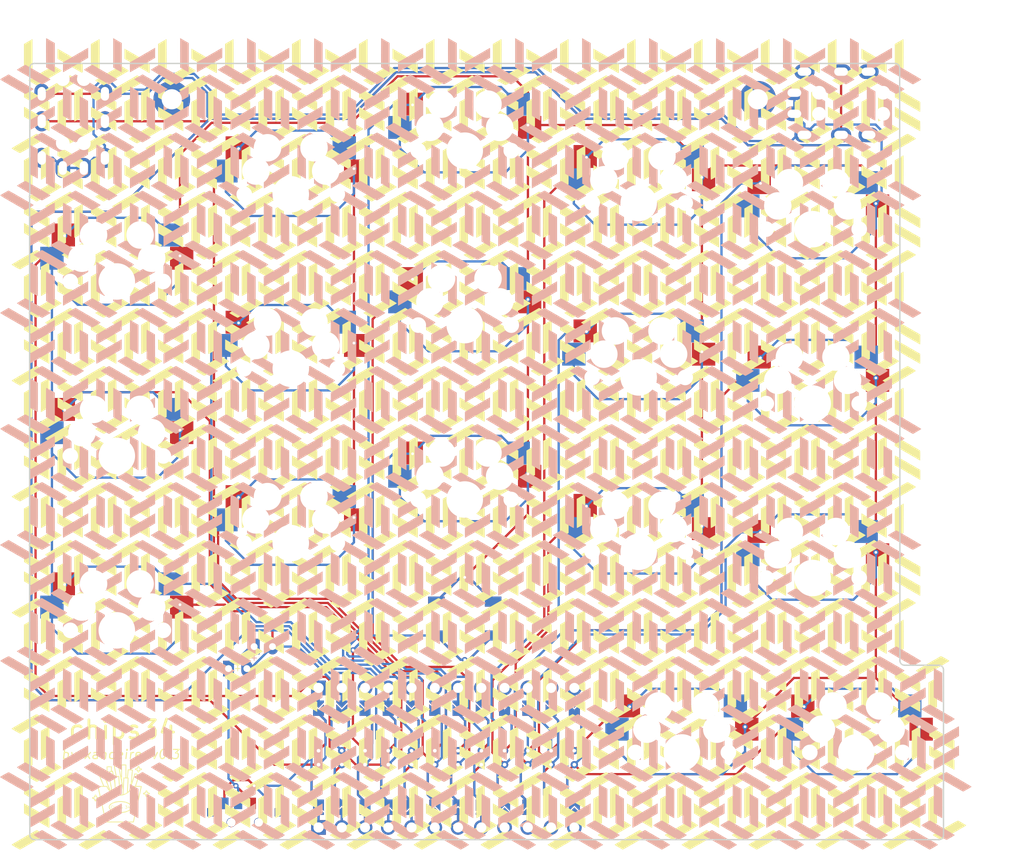
<source format=kicad_pcb>
(kicad_pcb (version 20221018) (generator pcbnew)
  (title_block (title "chips-34") (date "2023-04-08") (rev "v0.3.0") (company "xandeire"))
  (layers (0 "F.Cu" signal) (31 "B.Cu" signal) (34 "B.Paste" user) (35 "F.Paste" user) (36 "B.SilkS" user "B.Silkscreen") (37 "F.SilkS" user "F.Silkscreen") (38 "B.Mask" user) (39 "F.Mask" user) (44 "Edge.Cuts" user))
  (net 0 "")
  (net 1 "GND")
  (net 2 "matrix_pinky_bottom")
  (net 3 "matrix_pinky_home")
  (net 4 "matrix_pinky_top")
  (net 5 "matrix_ring_bottom")
  (net 6 "matrix_ring_home")
  (net 7 "matrix_ring_top")
  (net 8 "matrix_middle_bottom")
  (net 9 "matrix_middle_home")
  (net 10 "matrix_middle_top")
  (net 11 "matrix_index_bottom")
  (net 12 "matrix_index_home")
  (net 13 "matrix_index_top")
  (net 14 "matrix_inner_bottom")
  (net 15 "matrix_inner_home")
  (net 16 "matrix_inner_top")
  (net 17 "thumb_resting")
  (net 18 "thumb_squeeze")
  (net 19 "RAW")
  (net 20 "RST")
  (net 21 "VCC")
  (net 22 "P1")
  (net 23 "BAT")
  (footprint "E73:SPDT_C128955" (layer "F.Cu") (at 14 20.975 180)
    (fp_text reference "T1" hide)
    (fp_text value "" hide)
  )
  (footprint "E73:SW_TACT_ALPS_SKQGABE010" (layer "F.Cu") (at 38 -1.2875 180)
    (fp_text reference "B1" hide)
    (fp_text value "" hide)
  )
  (footprint "MX" (layer "F.Cu") (at 19 -47.625)
    (fp_text reference "S6" hide)
    (fp_text value "" hide)
  )
  (footprint "TRRS-PJ-320A-dual" (layer "F.Cu") (at -3.6 -61.8)
    (fp_text reference "TRRS2")
    (fp_text value "TRRS-PJ-320A-dual")
  )
  (footprint "MX" (layer "F.Cu") (at 0 -19.05)
    (fp_text reference "S2" hide)
    (fp_text value "" hide)
  )
  (footprint "LOGO" (layer "F.Cu") (at 0.308834 17.813255)
    (fp_text reference "G***" hide)
    (fp_text value "LOGO" hide)
  )
  (footprint "VIA-0.6mm" (layer "F.Cu") (at 82.9 -8.515)
    (fp_text reference "REF**" hide)
    (fp_text value "VIA-0.6mm" hide)
  )
  (footprint "VIA-0.6mm" (layer "F.Cu") (at 70.3 -48.815)
    (fp_text reference "REF**" hide)
    (fp_text value "VIA-0.6mm" hide)
  )
  (footprint "MX" (layer "F.Cu") (at 0 -38.1)
    (fp_text reference "S3" hide)
    (fp_text value "" hide)
  )
  (footprint "E73:SPDT_C128955" (layer "F.Cu") (at 14 20.975 180)
    (fp_text reference "T2" hide)
    (fp_text value "" hide)
  )
  (footprint "VIA-0.6mm" (layer "F.Cu") (at 13.3 -52.625)
    (fp_text reference "REF**" hide)
    (fp_text value "VIA-0.6mm" hide)
  )
  (footprint "VIA-0.6mm" (layer "F.Cu") (at 44.9 -55.1875)
    (fp_text reference "REF**" hide)
    (fp_text value "VIA-0.6mm" hide)
  )
  (footprint "VIA-0.6mm" (layer "F.Cu") (at 44.9 -17.0875)
    (fp_text reference "REF**" hide)
    (fp_text value "VIA-0.6mm" hide)
  )
  (footprint "VIA-0.6mm" (layer "F.Cu") (at 6.9 -40.9)
    (fp_text reference "REF**" hide)
    (fp_text value "VIA-0.6mm" hide)
  )
  (footprint "VIA-0.6mm" (layer "F.Cu") (at 63.9 -49.4725)
    (fp_text reference "REF**" hide)
    (fp_text value "VIA-0.6mm" hide)
  )
  (footprint "VIA-0.6mm" (layer "F.Cu") (at -5.7 -24.05)
    (fp_text reference "REF**" hide)
    (fp_text value "VIA-0.6mm" hide)
  )
  (footprint "MX" (layer "F.Cu") (at 57 -46.6725)
    (fp_text reference "S12" hide)
    (fp_text value "" hide)
  )
  (footprint "VIA-0.6mm" (layer "F.Cu") (at 38 -5.7875)
    (fp_text reference "REF**" hide)
    (fp_text value "VIA-0.6mm" hide)
  )
  (footprint "MX" (layer "F.Cu") (at 61.7125 13.335)
    (fp_text reference "S17" hide)
    (fp_text value "" hide)
  )
  (footprint "MX" (layer "F.Cu") (at 38 -33.3375)
    (fp_text reference "S8" hide)
    (fp_text value "" hide)
  )
  (footprint "MX" (layer "F.Cu") (at 80.7625 13.335)
    (fp_text reference "S16" hide)
    (fp_text value "" hide)
  )
  (footprint "MX" (layer "F.Cu") (at 57 -27.6225)
    (fp_text reference "S11" hide)
    (fp_text value "" hide)
  )
  (footprint "" (layer "F.Cu") (at 12.7 -68.58)
    (fp_text reference "")
    (fp_text value "")
  )
  (footprint "VIA-0.6mm" (layer "F.Cu") (at 87.6625 10.535)
    (fp_text reference "REF**" hide)
    (fp_text value "VIA-0.6mm" hide)
  )
  (footprint "VIA-0.6mm" (layer "F.Cu") (at 51.3 -32.6225)
    (fp_text reference "REF**" hide)
    (fp_text value "VIA-0.6mm" hide)
  )
  (footprint "VIA-0.6mm" (layer "F.Cu") (at 44.9 -36.1375)
    (fp_text reference "REF**" hide)
    (fp_text value "VIA-0.6mm" hide)
  )
  (footprint "VIA-0.6mm" (layer "F.Cu") (at 13.3 -33.575)
    (fp_text reference "REF**" hide)
    (fp_text value "VIA-0.6mm" hide)
  )
  (footprint "TRRS-PJ-320A-dual" (layer "F.Cu") (at 85.3 -56.415 -90)
    (fp_text reference "TRRS1")
    (fp_text value "TRRS-PJ-320A-dual")
  )
  (footprint "VIA-0.6mm" (layer "F.Cu") (at 70.3 -29.765)
    (fp_text reference "REF**" hide)
    (fp_text value "VIA-0.6mm" hide)
  )
  (footprint "MX" (layer "F.Cu") (at 76 -24.765)
    (fp_text reference "S14" hide)
    (fp_text value "" hide)
  )
  (footprint "MX" (layer "F.Cu") (at 76 -5.715)
    (fp_text reference "S13" hide)
    (fp_text value "" hide)
  )
  (footprint "VIA-0.6mm" (layer "F.Cu") (at 82.9 -27.565)
    (fp_text reference "REF**" hide)
    (fp_text value "VIA-0.6mm" hide)
  )
  (footprint "VIA-0.6mm" (layer "F.Cu") (at 25.9 -31.375)
    (fp_text reference "REF**" hide)
    (fp_text value "VIA-0.6mm" hide)
  )
  (footprint "MX" (layer "F.Cu") (at 38 -14.2875)
    (fp_text reference "S7" hide)
    (fp_text value "" hide)
  )
  (footprint "VIA-0.6mm" (layer "F.Cu") (at 13 16.975)
    (fp_text reference "REF**" hide)
    (fp_text value "VIA-0.6mm" hide)
  )
  (footprint "VIA-0.6mm" (layer "F.Cu") (at 51.3 -13.5725)
    (fp_text reference "REF**" hide)
    (fp_text value "VIA-0.6mm" hide)
  )
  (footprint "JST_PH_S2B-PH-K_02x2.00mm_Angled" (layer "F.Cu") (at 16 1.775)
    (fp_text reference "JST2" hide)
    (fp_text value "" hide)
  )
  (footprint "VIA-0.6mm" (layer "F.Cu") (at 15 16.975)
    (fp_text reference "REF**" hide)
    (fp_text value "VIA-0.6mm" hide)
  )
  (footprint "VIA-0.6mm" (layer "F.Cu") (at 63.9 -11.3725)
    (fp_text reference "REF**" hide)
    (fp_text value "VIA-0.6mm" hide)
  )
  (footprint "VIA-0.6mm" (layer "F.Cu") (at 38 3.2125)
    (fp_text reference "REF**" hide)
    (fp_text value "VIA-0.6mm" hide)
  )
  (footprint "VIA-0.6mm" (layer "F.Cu") (at 63.9 -30.4225)
    (fp_text reference "REF**" hide)
    (fp_text value "VIA-0.6mm" hide)
  )
  (footprint "LOGO" (layer "F.Cu") (at 39.098834 -9.348745)
    (fp_text reference "G***" hide)
    (fp_text value "LOGO" hide)
  )
  (footprint "VIA-0.6mm" (layer "F.Cu") (at -5.7 -5)
    (fp_text reference "REF**" hide)
    (fp_text value "VIA-0.6mm" hide)
  )
  (footprint "ProMicro" (layer "F.Cu") (at 36 13.9065)
    (fp_text reference "MCU1" hide)
    (fp_text value "")
  )
  (footprint "MX" (layer "F.Cu") (at 57 -8.5725)
    (fp_text reference "S10" hide)
    (fp_text value "" hide)
  )
  (footprint "VIA-0.6mm" (layer "F.Cu") (at -5.7 -43.1)
    (fp_text reference "REF**" hide)
    (fp_text value "VIA-0.6mm" hide)
  )
  (footprint "VIA-0.6mm" (layer "F.Cu") (at 32.3 -38.3375)
    (fp_text reference "REF**" hide)
    (fp_text value "VIA-0.6mm" hide)
  )
  (footprint "VIA-0.6mm" (layer "F.Cu") (at 82.9 -46.615)
    (fp_text reference "REF**" hide)
    (fp_text value "VIA-0.6mm" hide)
  )
  (footprint "VIA-0.6mm" (layer "F.Cu") (at 51.3 -51.6725)
    (fp_text reference "REF**" hide)
    (fp_text value "VIA-0.6mm" hide)
  )
  (footprint "VIA-0.6mm" (layer "F.Cu") (at 32.3 -19.2875)
    (fp_text reference "REF**" hide)
    (fp_text value "VIA-0.6mm" hide)
  )
  (footprint "VIA-0.6mm" (layer "F.Cu") (at 13.3 -14.525)
    (fp_text reference "REF**" hide)
    (fp_text value "VIA-0.6mm" hide)
  )
  (footprint "" (layer "F.Cu") (at 70 -58)
    (fp_text reference "")
    (fp_text value "")
  )
  (footprint "MX" (layer "F.Cu") (at 38 -52.3875)
    (fp_text reference "S9" hide)
    (fp_text value "" hide)
  )
  (footprint "MX" (layer "F.Cu") (at 19 -28.575)
    (fp_text reference "S5" hide)
    (fp_text value "" hide)
  )
  (footprint "E73:SW_TACT_ALPS_SKQGABE010" (layer "F.Cu") (at 38 -1.2875 180)
    (fp_text reference "B2" hide)
    (fp_text value "" hide)
  )
  (footprint "MX" (layer "F.Cu") (at 76 -43.815)
    (fp_text reference "S15" hide)
    (fp_text value "" hide)
  )
  (footprint "VIA-0.6mm" (layer "F.Cu") (at 25.9 -12.325)
    (fp_text reference "REF**" hide)
    (fp_text value "VIA-0.6mm" hide)
  )
  (footprint "VIA-0.6mm" (layer "F.Cu") (at 68.6125 10.535)
    (fp_text reference "REF**" hide)
    (fp_text value "VIA-0.6mm" hide)
  )
  (footprint "MX" (layer "F.Cu") (at 19 -9.525)
    (fp_text reference "S4" hide)
    (fp_text value "" hide)
  )
  (footprint "VIA-0.6mm" (layer "F.Cu") (at 75.0625 8.335)
    (fp_text reference "REF**" hide)
    (fp_text value "VIA-0.6mm" hide)
  )
  (footprint "VIA-0.6mm" (layer "F.Cu") (at 6.9 -21.85)
    (fp_text reference "REF**" hide)
    (fp_text value "VIA-0.6mm" hide)
  )
  (footprint "VIA-0.6mm" (layer "F.Cu") (at 32.3 -57.3875)
    (fp_text reference "REF**" hide)
    (fp_text value "VIA-0.6mm" hide)
  )
  (footprint "MX" (layer "F.Cu") (at 0 0)
    (fp_text reference "S1" hide)
    (fp_text value "" hide)
  )
  (footprint "VIA-0.6mm" (layer "F.Cu") (at 6.9 -2.8)
    (fp_text reference "REF**" hide)
    (fp_text value "VIA-0.6mm" hide)
  )
  (footprint "JST_PH_S2B-PH-K_02x2.00mm_Angled" (layer "F.Cu") (at 13.2 4.175)
    (fp_text reference "JST1" hide)
    (fp_text value "" hide)
  )
  (footprint "VIA-0.6mm" (layer "F.Cu") (at 70.3 -10.715)
    (fp_text reference "REF**" hide)
    (fp_text value "VIA-0.6mm" hide)
  )
  (footprint "" (layer "F.Cu") (at 25.79 2.15)
    (fp_text reference "")
    (fp_text value "")
  )
  (footprint "VIA-0.6mm" (layer "F.Cu") (at 56.0125 8.335)
    (fp_text reference "REF**" hide)
    (fp_text value "VIA-0.6mm" hide)
  )
  (footprint "VIA-0.6mm" (layer "F.Cu") (at 25.9 -50.425)
    (fp_text reference "REF**" hide)
    (fp_text value "VIA-0.6mm" hide)
  )
  (footprint "LOGO" (layer "B.Cu") (at 39.098834 -9.348745 180)
    (fp_text reference "G***" hide)
    (fp_text value "LOGO" hide)
  )
  (gr_arc (start 90.2875 22.36) (mid 90.141053 22.713553) (end 89.7875 22.86) (stroke (width 0.15)) (layer "Edge.Cuts"))
  (gr_line (start -9.5 -61.4125) (end -9.5 -47.625) (stroke (width 0.15)) (layer "Edge.Cuts"))
  (gr_arc (start -9.5 -61.4125) (mid -9.353553 -61.766053) (end -9 -61.9125) (stroke (width 0.15)) (layer "Edge.Cuts"))
  (gr_arc (start 89.7875 3.81) (mid 90.141053 3.956447) (end 90.2875 4.31) (stroke (width 0.15)) (layer "Edge.Cuts"))
  (gr_line (start -9 -61.9125) (end 85 -61.9125) (stroke (width 0.15)) (layer "Edge.Cuts"))
  (gr_line (start 90.2875 22.36) (end 90.2875 4.31) (stroke (width 0.15)) (layer "Edge.Cuts"))
  (gr_line (start -9.5 9.525) (end -9.5 22.36) (stroke (width 0.15)) (layer "Edge.Cuts"))
  (gr_line (start -9 22.86) (end 89.7875 22.86) (stroke (width 0.15)) (layer "Edge.Cuts"))
  (gr_arc (start 85 -61.9125) (mid 85.353553 -61.766053) (end 85.5 -61.4125) (stroke (width 0.15)) (layer "Edge.Cuts"))
  (gr_line (start -9.5 -47.625) (end -9.525 -47.625) (stroke (width 0.15)) (layer "Edge.Cuts"))
  (gr_arc (start -9 22.86) (mid -9.353553 22.713553) (end -9.5 22.36) (stroke (width 0.15)) (layer "Edge.Cuts"))
  (gr_line (start -9.525 9.525) (end -9.525 -47.625) (stroke (width 0.15)) (layer "Edge.Cuts"))
  (gr_line (start 86.025 3.81) (end 89.7875 3.81) (stroke (width 0.15)) (layer "Edge.Cuts"))
  (gr_line (start 85.525 3.31) (end 85.525 -53.34) (stroke (width 0.15)) (layer "Edge.Cuts"))
  (gr_line (start 85.525 -53.34) (end 85.5 -53.34) (stroke (width 0.15)) (layer "Edge.Cuts"))
  (gr_line (start -9.525 9.525) (end -9.5 9.525) (stroke (width 0.15)) (layer "Edge.Cuts"))
  (gr_arc (start 86.025 3.81) (mid 85.671447 3.663553) (end 85.525 3.31) (stroke (width 0.15)) (layer "Edge.Cuts"))
  (gr_line (start 85.5 -53.34) (end 85.5 -61.4125) (stroke (width 0.15)) (layer "Edge.Cuts"))
  (gr_text "v0.3" (at 3.648834 14.133255) (layer "F.SilkS") (effects (font (size 1 1) (thickness 0.125) italic) (justify left bottom)))
  (gr_text "chips34" (at -5.432166 12.033255) (layer "F.SilkS") (effects (font (size 2 2) (thickness 0.3) bold) (justify left bottom)))
  (gr_text "by xandeire" (at -6.131166 14.133255) (layer "F.SilkS") (effects (font (size 1 1) (thickness 0.125) italic) (justify left bottom)))
  (segment (start 25.9 -31.3) (end 26.085 -31.115) (width 0.25) (layer "F.Cu") (net 1))
  (segment (start 82.9 -27.565) (end 82.9 -27.49) (width 0.25) (layer "F.Cu") (net 1))
  (segment (start 25.9 -12.325) (end 25.9 -12.25) (width 0.25) (layer "F.Cu") (net 1))
  (segment (start 44.9 -58.79) (end 44.9 -55.1875) (width 0.25) (layer "F.Cu") (net 1))
  (segment (start 44.9 -12.6875) (end 44.9 -17.0875) (width 0.25) (layer "F.Cu") (net 1))
  (segment (start 44.9 -55.1875) (end 59.61 -55.1875) (width 0.25) (layer "F.Cu") (net 1))
  (segment (start 6.9 -21.775) (end 7.085 -21.59) (width 0.25) (layer "F.Cu") (net 1))
  (segment (start 87.6625 10.61) (end 87.8475 10.795) (width 0.25) (layer "F.Cu") (net 1))
  (segment (start 38 -5.7875) (end 38.45 -5.7875) (width 0.25) (layer "F.Cu") (net 1))
  (segment (start 44.9 -36.1375) (end 44.9 -36.0625) (width 0.25) (layer "F.Cu") (net 1))
  (segment (start 63.9 -49.4725) (end 65.1975 -50.77) (width 0.25) (layer "F.Cu") (net 1))
  (segment (start 68.6125 10.61) (end 68.7975 10.795) (width 0.25) (layer "F.Cu") (net 1))
  (segment (start 63.9 -11.2975) (end 64.085 -11.1125) (width 0.25) (layer "F.Cu") (net 1))
  (segment (start 63.9 -30.4225) (end 63.9 -11.3725) (width 0.25) (layer "F.Cu") (net 1))
  (segment (start 25.9 -55.743604) (end 30.666396 -60.51) (width 0.25) (layer "F.Cu") (net 1))
  (segment (start 44.9 -36.0625) (end 45.085 -35.8775) (width 0.25) (layer "F.Cu") (net 1))
  (segment (start 6.9 -51.983604) (end 10.346396 -55.43) (width 0.25) (layer "F.Cu") (net 1))
  (segment (start 63.9 -49.4725) (end 63.9 -30.4225) (width 0.25) (layer "F.Cu") (net 1))
  (segment (start 25.9 -50.425) (end 25.9 -31.375) (width 0.25) (layer "F.Cu") (net 1))
  (segment (start 63.9 -11.3725) (end 63.9 -11.2975) (width 0.25) (layer "F.Cu") (net 1))
  (segment (start 10.346396 -55.43) (end 22.86 -55.43) (width 0.25) (layer "F.Cu") (net 1))
  (segment (start 6.9 -40.825) (end 7.085 -40.64) (width 0.25) (layer "F.Cu") (net 1))
  (segment (start 6.9 -2.725) (end 7.085 -2.54) (width 0.25) (layer "F.Cu") (net 1))
  (segment (start 25.9 -50.425) (end 25.9 -50.8) (width 0.25) (layer "F.Cu") (net 1))
  (segment (start 68.6125 10.535) (end 73.94665 5.20085) (width 0.25) (layer "F.Cu") (net 1))
  (segment (start 25.9 -31.375) (end 25.9 -12.325) (width 0.25) (layer "F.Cu") (net 1))
  (segment (start 25.9 -52.39) (end 25.9 -50.8) (width 0.25) (layer "F.Cu") (net 1))
  (segment (start 87.6625 9.96335) (end 87.6625 10.535) (width 0.25) (layer "F.Cu") (net 1))
  (segment (start 38.45 -5.7875) (end 41.1 -3.1375) (width 0.25) (layer "F.Cu") (net 1))
  (segment (start 6.9 -2.8) (end 11.803604 -2.8) (width 0.25) (layer "F.Cu") (net 1))
  (segment (start 82.9 -8.515) (end 82.9 5.20085) (width 0.25) (layer "F.Cu") (net 1))
  (segment (start 65.1975 -50.77) (end 81.31 -50.77) (width 0.25) (layer "F.Cu") (net 1))
  (segment (start 25.9 -50.35) (end 26.085 -50.165) (width 0.25) (layer "F.Cu") (net 1))
  (segment (start 81.31 -50.77) (end 82.9 -49.18) (width 0.25) (layer "F.Cu") (net 1))
  (segment (start 38 -5.7875) (end 44.9 -12.6875) (width 0.25) (layer "F.Cu") (net 1))
  (segment (start 63.9 -30.3475) (end 64.085 -30.1625) (width 0.25) (layer "F.Cu") (net 1))
  (segment (start 63.9 -50.8975) (end 63.9 -49.4725) (width 0.25) (layer "F.Cu") (net 1))
  (segment (start 30.666396 -60.51) (end 43.18 -60.51) (width 0.25) (layer "F.Cu") (net 1))
  (segment (start 44.9 -55.1875) (end 44.9 -36.1375) (width 0.25) (layer "F.Cu") (net 1))
  (segment (start 12.513604 -2.09) (end 15.24 -2.09) (width 0.25) (layer "F.Cu") (net 1))
  (segment (start 82.9 -46.615) (end 82.9 -46.54) (width 0.25) (layer "F.Cu") (net 1))
  (segment (start 27.11 14.6685) (end 26.094 14.6685) (width 0.25) (layer "F.Cu") (net 1))
  (segment (start 22.86 -55.43) (end 25.9 -52.39) (width 0.25) (layer "F.Cu") (net 1))
  (segment (start 82.9 -27.49) (end 83.085 -27.305) (width 0.25) (layer "F.Cu") (net 1))
  (segment (start 73.94665 5.20085) (end 82.9 5.20085) (width 0.25) (layer "F.Cu") (net 1))
  (segment (start 27.11 14.6685) (end 29.65 14.6685) (width 0.25) (layer "F.Cu") (net 1))
  (segment (start 26.094 14.6685) (end 24.57 13.1445) (width 0.25) (layer "F.Cu") (net 1))
  (segment (start 82.9 -46.615) (end 82.9 -27.565) (width 0.25) (layer "F.Cu") (net 1))
  (segment (start 37.55 -5.7875) (end 34.9 -3.1375) (width 0.25) (layer "F.Cu") (net 1))
  (segment (start 25.9 -12.25) (end 26.085 -12.065) (width 0.25) (layer "F.Cu") (net 1))
  (segment (start 82.9 -8.44) (end 83.085 -8.255) (width 0.25) (layer "F.Cu") (net 1))
  (segment (start 25.9 -50.425) (end 25.9 -50.35) (width 0.25) (layer "F.Cu") (net 1))
  (segment (start 44.9 -17.0875) (end 44.9 -17.0125) (width 0.25) (layer "F.Cu") (net 1))
  (segment (start 6.9 -40.9) (end 6.9 -40.825) (width 0.25) (layer "F.Cu") (net 1))
  (segment (start 44.9 -55.1875) (end 44.9 -55.1125) (width 0.25) (layer "F.Cu") (net 1))
  (segment (start 17 -0.33) (end 17 1.775) (width 0.25) (layer "F.Cu") (net 1))
  (segment (start 44.9 -17.0125) (end 45.085 -16.8275) (width 0.25) (layer "F.Cu") (net 1))
  (segment (start 6.9 -21.85) (end 6.9 -21.775) (width 0.25) (layer "F.Cu") (net 1))
  (segment (start 82.9 -8.515) (end 82.9 -8.44) (width 0.25) (layer "F.Cu") (net 1))
  (segment (start 44.9 -55.1125) (end 45.085 -54.9275) (width 0.25) (layer "F.Cu") (net 1))
  (segment (start 82.9 -27.565) (end 82.9 -8.515) (width 0.25) (layer "F.Cu") (net 1))
  (segment (start 6.9 -40.9) (end 6.9 -51.983604) (width 0.25) (layer "F.Cu") (net 1))
  (segment (start 6.9 -2.8) (end 6.9 -2.725) (width 0.25) (layer "F.Cu") (net 1))
  (segment (start 82.9 5.20085) (end 87.6625 9.96335) (width 0.25) (layer "F.Cu") (net 1))
  (segment (start 59.61 -55.1875) (end 63.9 -50.8975) (width 0.25) (layer "F.Cu") (net 1))
  (segment (start 63.9 -30.4225) (end 63.9 -30.3475) (width 0.25) (layer "F.Cu") (net 1))
  (segment (start 82.9 -49.18) (end 82.9 -46.615) (width 0.25) (layer "F.Cu") (net 1))
  (segment (start 63.9 -49.4725) (end 63.9 -49.3975) (width 0.25) (layer "F.Cu") (net 1))
  (segment (start 25.9 -50.8) (end 25.9 -55.743604) (width 0.25) (layer "F.Cu") (net 1))
  (segment (start 68.6125 10.535) (end 68.6125 10.61) (width 0.25) (layer "F.Cu") (net 1))
  (segment (start 11.803604 -2.8) (end 12.513604 -2.09) (width 0.25) (layer "F.Cu") (net 1))
  (segment (start 38 -5.7875) (end 37.55 -5.7875) (width 0.25) (layer "F.Cu") (net 1))
  (segment (start 82.9 -46.54) (end 83.085 -46.355) (width 0.25) (layer "F.Cu") (net 1))
  (segment (start 44.9 -36.1375) (end 44.9 -17.0875) (width 0.25) (layer "F.Cu") (net 1))
  (segment (start 63.9 -49.3975) (end 64.085 -49.2125) (width 0.25) (layer "F.Cu") (net 1))
  (segment (start 25.9 -31.375) (end 25.9 -31.3) (width 0.25) (layer "F.Cu") (net 1))
  (segment (start 43.18 -60.51) (end 44.9 -58.79) (width 0.25) (layer "F.Cu") (net 1))
  (segment (start 87.6625 10.535) (end 87.6625 10.61) (width 0.25) (layer "F.Cu") (net 1))
  (segment (start 15.24 -2.09) (end 17 -0.33) (width 0.25) (layer "F.Cu") (net 1))
  (segment (start 83.525 -47.24) (end 82.9 -46.615) (width 0.25) (layer "B.Cu") (net 1))
  (segment (start -7.085 -19.321316) (end -4.444784 -16.6811) (width 0.25) (layer "B.Cu") (net 1))
  (segment (start 11.915 -12.065) (end 11.915 -9.796316) (width 0.25) (layer "B.Cu") (net 1))
  (segment (start 23.444784 -45.2561) (end 25.9 -47.711316) (width 0.25) (layer "B.Cu") (net 1))
  (segment (start 49.915 -8.843816) (end 52.555216 -6.2036) (width 0.25) (layer "B.Cu") (net 1))
  (segment (start 11.915 -31.115) (end 11.915 -28.846316) (width 0.25) (layer "B.Cu") (net 1))
  (segment (start 68.915 -27.305) (end 68.915 -25.036316) (width 0.25) (layer "B.Cu") (net 1))
  (segment (start 23.445 12.0195) (end 23.445 5.4515) (width 0.25) (layer "B.Cu") (net 1))
  (segment (start 66.226396 -56.33) (end 50.986396 -56.33) (width 0.25) (layer "B.Cu") (net 1))
  (segment (start 23.445 5.4515) (end 19.7685 1.775) (width 0.25) (layer "B.Cu") (net 1))
  (segment (start 75.1 -55.315) (end 74 -56.415) (width 0.25) (layer "B.Cu") (net 1))
  (segment (start 75.1 -54.115) (end 75.1 -55.315) (width 0.25) (layer "B.Cu") (net 1))
  (segment (start 71.555216 -22.3961) (end 80.444784 -22.3961) (width 0.25) (layer "B.Cu") (net 1))
  (segment (start -8.2 -51.6) (end -7 -51.6) (width 0.25) (layer "B.Cu") (net 1))
  (segment (start 63.9 -27.708816) (end 63.9 -30.4225) (width 0.25) (layer "B.Cu") (net 1))
  (segment (start 83.525 -54.58099) (end 83.525 -47.24) (width 0.25) (layer "B.Cu") (net 1))
  (segment (start 4.273684 -35.56) (end 6.9 -38.186316) (width 0.25) (layer "B.Cu") (net 1))
  (segment (start 4.444784 -16.6811) (end 6.9 -19.136316) (width 0.25) (layer "B.Cu") (net 1))
  (segment (start -7.085 -2.54) (end -7.085 -0.271316) (width 0.25) (layer "B.Cu") (net 1))
  (segment (start -7 -51.6) (end -5.9 -50.5) (width 0.25) (layer "B.Cu") (net 1))
  (segment (start -1.76599 -60.025) (end -0.83401 -60.025) (width 0.25) (layer "B.Cu") (net 1))
  (segment (start 73.66 -53.44) (end 69.116396 -53.44) (width 0.25) (layer "B.Cu") (net 1))
  (segment (start 74.335 -54.115) (end 73.66 -53.44) (width 0.25) (layer "B.Cu") (net 1))
  (segment (start 49.915 -30.1625) (end 49.915 -27.893816) (width 0.25) (layer "B.Cu") (net 1))
  (segment (start 69.116396 -53.44) (end 66.226396 -56.33) (width 0.25) (layer "B.Cu") (net 1))
  (segment (start -0.83401 -60.025) (end 0.14099 -59.05) (width 0.25) (layer "B.Cu") (net 1))
  (segment (start 44.9 -14.373816) (end 44.9 -17.0875) (width 0.25) (layer "B.Cu") (net 1))
  (segment (start 49.915 -49.2125) (end 49.915 -46.605) (width 0.25) (layer "B.Cu") (net 1))
  (segment (start 62.0836 -6.2036) (end 63.9 -8.02) (width 0.25) (layer "B.Cu") (net 1))
  (segment (start 52.2164 -44.3036) (end 62.0836 -44.3036) (width 0.25) (layer "B.Cu") (net 1))
  (segment (start 68.915 -5.986316) (end 71.555216 -3.3461) (width 0.25) (layer "B.Cu") (net 1))
  (segment (start -7.085 -2.54) (end -7.085 -21.59) (width 0.25) (layer "B.Cu") (net 1))
  (segment (start 0.14099 -59.05) (end 3.125557 -59.05) (width 0.25) (layer "B.Cu") (net 1))
  (segment (start 25.9 -28.44) (end 25.9 -31.375) (width 0.25) (layer "B.Cu") (net 1))
  (segment (start 49.915 -46.605) (end 52.2164 -44.3036) (width 0.25) (layer "B.Cu") (net 1))
  (segment (start 73.6775 10.795) (end 73.6775 13.063684) (width 0.25) (layer "B.Cu") (net 1))
  (segment (start 63.9 -46.12) (end 63.9 -49.4725) (width 0.25) (layer "B.Cu") (net 1))
  (segment (start 85.207284 15.7039) (end 87.6625 13.248684) (width 0.25) (layer "B.Cu") (net 1))
  (segment (start 6.9 0.72) (end 6.9 -2.8) (width 0.25) (layer "B.Cu") (net 1))
  (segment (start 25.9 -47.711316) (end 25.9 -50.425) (width 0.25) (layer "B.Cu") (net 1))
  (segment (start 82.9 -5.801316) (end 82.9 -8.515) (width 0.25) (layer "B.Cu") (net 1))
  (segment (start 23.444784 -7.1561) (end 25.9 -9.611316) (width 0.25) (layer "B.Cu") (net 1))
  (segment (start 75.1 -54.115) (end 76.225 -55.24) (width 0.25) (layer "B.Cu") (net 1))
  (segment (start 52.555216 -6.2036) (end 62.0836 -6.2036) (width 0.25) (layer "B.Cu") (net 1))
  (segment (start 19.7685 1.775) (end 17 1.775) (width 0.25) (layer "B.Cu") (net 1))
  (segment (start 30.915 -35.8775) (end 30.915 -33.608816) (width 0.25) (layer "B.Cu") (net 1))
  (segment (start 75.1 -59.815) (end 74 -58.715) (width 0.25) (layer "B.Cu") (net 1))
  (segment (start -1.3 -52.95) (end -2.54 -54.19) (width 0.25) (layer "B.Cu") (net 1))
  (segment (start 82.9 -43.901316) (end 82.9 -46.615) (width 0.25) (layer "B.Cu") (net 1))
  (segment (start -1.3 -51.6) (end -1.3 -52.95) (width 0.25) (layer "B.Cu") (net 1))
  (segment (start -4.273684 -35.56) (end 4.273684 -35.56) (width 0.25) (layer "B.Cu") (net 1))
  (segment (start -2.54 -54.19) (end -2.54 -59.25099) (width 0.25) (layer "B.Cu") (net 1))
  (segment (start 52.555216 -25.2536) (end 61.444784 -25.2536) (width 0.25) (layer "B.Cu") (net 1))
  (segment (start -7.085 -0.271316) (end -4.273684 2.54) (width 0.25) (layer "B.Cu") (net 1))
  (segment (start 37.55 -5.7875) (end 34.9 -3.1375) (width 0.25) (layer "B.Cu") (net 1))
  (segment (start 54.6275 13.063684) (end 57.267716 15.7039) (width 0.25) (layer "B.Cu") (net 1))
  (segment (start 45.906396 -61.41) (end 30.293604 -61.41) (width 0.25) (layer "B.Cu") (net 1))
  (segment (start -7.085 -21.59) (end -7.085 -19.321316) (width 0.25) (layer "B.Cu") (net 1))
  (segment (start 49.915 -11.1125) (end 49.915 -8.843816) (width 0.25) (layer "B.Cu") (net 1))
  (segment (start -1.3 -51.6) (end -2.5 -51.6) (width 0.25) (layer "B.Cu") (net 1))
  (segment (start 30.915 -33.608816) (end 34.043816 -30.48) (width 0.25) (layer "B.Cu") (net 1))
  (segment (start 14.555216 -7.1561) (end 23.444784 -7.1561) (width 0.25) (layer "B.Cu") (net 1))
  (segment (start 80.444784 -22.3961) (end 82.9 -24.851316) (width 0.25) (layer "B.Cu") (net 1))
  (segment (start 49.915 -27.893816) (end 52.555216 -25.2536) (width 0.25) (layer "B.Cu") (net 1))
  (segment (start 66.157284 15.7039) (end 68.6125 13.248684) (width 0.25) (layer "B.Cu") (net 1))
  (segment (start 11.915 -9.796316) (end 14.555216 -7.1561) (width 0.25) (layer "B.Cu") (net 1))
  (segment (start -2.54 -59.25099) (end -1.76599 -60.025) (width 0.25) (layer "B.Cu") (net 1))
  (segment (start 10.346396 -56.593604) (end 10.61 -56.33) (width 0.25) (layer "B.Cu") (net 1))
  (segment (start 6.9 -19.136316) (end 6.9 -21.85) (width 0.25) (layer "B.Cu") (net 1))
  (segment (start 14.6 4.175) (end 14.2 4.175) (width 0.25) (layer "B.Cu") (net 1))
  (segment (start 14.555216 -26.2061) (end 23.6661 -26.2061) (width 0.25) (layer "B.Cu") (net 1))
  (segment (start 82.9 -24.851316) (end 82.9 -27.565) (width 0.25) (layer "B.Cu") (net 1))
  (segment (start 63.9 -8.02) (end 63.9 -11.3725) (width 0.25) (layer "B.Cu") (net 1))
  (segment (start 34.043816 -30.48) (end 41.956184 -30.48) (width 0.25) (layer "B.Cu") (net 1))
  (segment (start 61.444784 -25.2536) (end 63.9 -27.708816) (width 0.25) (layer "B.Cu") (net 1))
  (segment (start 11.915 -50.165) (end 11.915 -47.896316) (width 0.25) (layer "B.Cu") (net 1))
  (segment (start 10.346396 -58.87) (end 10.346396 -56.593604) (width 0.25) (layer "B.Cu") (net 1))
  (segment (start 54.6275 10.795) (end 54.6275 13.063684) (width 0.25) (layer "B.Cu") (net 1))
  (segment (start 76.225 -55.24) (end 82.86599 -55.24) (width 0.25) (layer "B.Cu") (net 1))
  (segment (start 25.9 -9.611316) (end 25.9 -12.325) (width 0.25) (layer "B.Cu") (net 1))
  (segment (start 68.915 -25.036316) (end 71.555216 -22.3961) (width 0.25) (layer "B.Cu") (net 1))
  (segment (start -3.6 -50.5) (end -5.9 -50.5) (width 0.25) (layer "B.Cu") (net 1))
  (segment (start 17 1.775) (end 14.6 4.175) (width 0.25) (layer "B.Cu") (net 1))
  (segment (start 6.9 -38.186316) (end 6.9 -40.9) (width 0.25) (layer "B.Cu") (net 1))
  (segment (start 11.915 -28.846316) (end 14.555216 -26.2061) (width 0.25) (layer "B.Cu") (net 1))
  (segment (start -2.5 -51.6) (end -3.6 -50.5) (width 0.25) (layer "B.Cu") (net 1))
  (segment (start 74 -56.415) (end 74 -58.715) (width 0.25) (layer "B.Cu") (net 1))
  (segment (start 71.555216 -3.3461) (end 80.444784 -3.3461) (width 0.25) (layer "B.Cu") (net 1))
  (segment (start -7.085 -21.59) (end -7.085 -40.64) (width 0.25) (layer "B.Cu") (net 1))
  (segment (start 44.9 -33.423816) (end 44.9 -36.1375) (width 0.25) (layer "B.Cu") (net 1))
  (segment (start 68.915 -46.355) (end 68.915 -44.086316) (width 0.25) (layer "B.Cu") (net 1))
  (segment (start 62.0836 -44.3036) (end 63.9 -46.12) (width 0.25) (layer "B.Cu") (net 1))
  (segment (start 38.45 -5.7875) (end 41.1 -3.1375) (width 0.25) (layer "B.Cu") (net 1))
  (segment (start 79.638684 -40.64) (end 82.9 -43.901316) (width 0.25) (layer "B.Cu") (net 1))
  (segment (start 5.08 2.54) (end 6.9 0.72) (width 0.25) (layer "B.Cu") (net 1))
  (segment (start 87.6625 13.248684) (end 87.6625 10.535) (width 0.25) (layer "B.Cu") (net 1))
  (segment (start 68.915 -44.086316) (end 72.361316 -40.64) (width 0.25) (layer "B.Cu") (net 1))
  (segment (start 44.9 -52.473816) (end 44.9 -55.1875) (width 0.25) (layer "B.Cu") (net 1))
  (segment (start 38 -5.7875) (end 37.55 -5.7875) (width 0.25) (layer "B.Cu") (net 1))
  (segment (start 41.956184 -30.48) (end 44.9 -33.423816) (width 0.25) (layer "B.Cu") (net 1))
  (segment (start -4.444784 -16.6811) (end 4.444784 -16.6811) (width 0.25) (layer "B.Cu") (net 1))
  (segment (start 4.850557 -60.775) (end 8.441396 -60.775) (width 0.25) (layer "B.Cu") (net 1))
  (segment (start -4.273684 2.54) (end 5.08 2.54) (width 0.25) (layer "B.Cu") (net 1))
  (segment (start 33.555216 -50.0186) (end 42.444784 -50.0186) (width 0.25) (layer "B.Cu") (net 1))
  (segment (start -7.085 -38.371316) (end -4.273684 -35.56) (width 0.25) (layer "B.Cu") (net 1))
  (segment (start 30.293604 -61.41) (end 25.213604 -56.33) (width 0.25) (layer "B.Cu") (net 1))
  (segment (start 30.915 -16.8275) (end 30.915 -14.558816) (width 0.25) (layer "B.Cu") (net 1))
  (segment (start 80.444784 -3.3461) (end 82.9 -5.801316) (width 0.25) (layer "B.Cu") (net 1))
  (segment (start 3.125557 -59.05) (end 4.850557 -60.775) (width 0.25) (layer "B.Cu") (net 1))
  (segment (start 42.444784 -11.9186) (end 44.9 -14.373816) (width 0.25) (layer "B.Cu") (net 1))
  (segment (start 57.267716 15.7039) (end 66.157284 15.7039) (width 0.25) (layer "B.Cu") (net 1))
  (segment (start 68.6125 13.248684) (end 68.6125 10.535) (width 0.25) (layer "B.Cu") (net 1))
  (segment (start -7.085 -40.64) (end -7.085 -38.371316) (width 0.25) (layer "B.Cu") (net 1))
  (segment (start 23.6661 -26.2061) (end 25.9 -28.44) (width 0.25) (layer "B.Cu") (net 1))
  (segment (start 24.57 13.1445) (end 23.445 12.0195) (width 0.25) (layer "B.Cu") (net 1))
  (segment (start 30.915 -54.9275) (end 30.915 -52.658816) (width 0.25) (layer "B.Cu") (net 1))
  (segment (start 25.213604 -56.33) (end 10.61 -56.33) (width 0.25) (layer "B.Cu") (net 1))
  (segment (start 73.6775 13.063684) (end 76.317716 15.7039) (width 0.25) (layer "B.Cu") (net 1))
  (segment (start 38 -5.7875) (end 38.45 -5.7875) (width 0.25) (layer "B.Cu") (net 1))
  (segment (start 42.444784 -50.0186) (end 44.9 -52.473816) (width 0.25) (layer "B.Cu") (net 1))
  (segment (start 33.555216 -11.9186) (end 42.444784 -11.9186) (width 0.25) (layer "B.Cu") (net 1))
  (segment (start 72.361316 -40.64) (end 79.638684 -40.64) (width 0.25) (layer "B.Cu") (net 1))
  (segment (start 75.1 -61.015) (end 75.1 -59.815) (width 0.25) (layer "B.Cu") (net 1))
  (segment (start 68.915 -8.255) (end 68.915 -5.986316) (width 0.25) (layer "B.Cu") (net 1))
  (segment (start 75.1 -54.115) (end 74.335 -54.115) (width 0.25) (layer "B.Cu") (net 1))
  (segment (start 82.86599 -55.24) (end 83.525 -54.58099) (width 0.25) (layer "B.Cu") (net 1))
  (segment (start 76.317716 15.7039) (end 85.207284 15.7039) (width 0.25) (layer "B.Cu") (net 1))
  (segment (start 14.555216 -45.2561) (end 23.444784 -45.2561) (width 0.25) (layer "B.Cu") (net 1))
  (segment (start 11.915 -47.896316) (end 14.555216 -45.2561) (width 0.25) (layer "B.Cu") (net 1))
  (segment (start 30.915 -14.558816) (end 33.555216 -11.9186) (width 0.25) (layer "B.Cu") (net 1))
  (segment (start 8.441396 -60.775) (end 10.346396 -58.87) (width 0.25) (layer "B.Cu") (net 1))
  (segment (start 50.986396 -56.33) (end 45.906396 -61.41) (width 0.25) (layer "B.Cu") (net 1))
  (segment (start 30.915 -52.658816) (end 33.555216 -50.0186) (width 0.25) (layer "B.Cu") (net 1))
  (segment (start -5.762 -5) (end -5.842 -5.08) (width 0.25) (layer "F.Cu") (net 2))
  (segment (start -5.7 -5) (end -5.762 -5) (width 0.25) (layer "F.Cu") (net 2))
  (segment (start 3.967 -6.955) (end -3.745 -6.955) (width 0.25) (layer "B.Cu") (net 2))
  (segment (start 27.701448 4.205052) (end 23.471344 4.205052) (width 0.25) (layer "B.Cu") (net 2))
  (segment (start 10.423604 -5.08) (end 5.842 -5.08) (width 0.25) (layer "B.Cu") (net 2))
  (segment (start 30.775 9.569104) (end 30.775 5.375) (width 0.25) (layer "B.Cu") (net 2))
  (segment (start -3.745 -6.955) (end -5.7 -5) (width 0.25) (layer "B.Cu") (net 2))
  (segment (start 28.576396 5.08) (end 27.701448 4.205052) (width 0.25) (layer "B.Cu") (net 2))
  (segment (start 5.842 -5.08) (end 3.967 -6.955) (width 0.25) (layer "B.Cu") (net 2))
  (segment (start 32.19 13.1445) (end 32.19 10.984104) (width 0.25) (layer "B.Cu") (net 2))
  (segment (start 32.19 10.984104) (end 30.775 9.569104) (width 0.25) (layer "B.Cu") (net 2))
  (segment (start 30.48 5.08) (end 28.576396 5.08) (width 0.25) (layer "B.Cu") (net 2))
  (segment (start 23.471344 4.205052) (end 18.816292 -0.45) (width 0.25) (layer "B.Cu") (net 2))
  (segment (start 18.816292 -0.45) (end 15.053604 -0.45) (width 0.25) (layer "B.Cu") (net 2))
  (segment (start 30.775 5.375) (end 30.48 5.08) (width 0.25) (layer "B.Cu") (net 2))
  (segment (start 15.053604 -0.45) (end 10.423604 -5.08) (width 0.25) (layer "B.Cu") (net 2))
  (segment (start 32.19 14.6685) (end 31.065 13.5435) (width 0.25) (layer "F.Cu") (net 3))
  (segment (start 31.065 5.665) (end 22.86 -2.54) (width 0.25) (layer "F.Cu") (net 3))
  (segment (start -5.7 -24.05) (end -5.762 -24.05) (width 0.25) (layer "F.Cu") (net 3))
  (segment (start 10.16 -5.08) (end 10.16 -22.86) (width 0.25) (layer "F.Cu") (net 3))
  (segment (start 10.16 -22.86) (end 7.015 -26.005) (width 0.25) (layer "F.Cu") (net 3))
  (segment (start 22.86 -2.54) (end 12.7 -2.54) (width 0.25) (layer "F.Cu") (net 3))
  (segment (start -3.745 -26.005) (end -5.7 -24.05) (width 0.25) (layer "F.Cu") (net 3))
  (segment (start 12.7 -2.54) (end 10.16 -5.08) (width 0.25) (layer "F.Cu") (net 3))
  (segment (start -5.762 -24.05) (end -5.842 -24.13) (width 0.25) (layer "F.Cu") (net 3))
  (segment (start 7.015 -26.005) (end -3.745 -26.005) (width 0.25) (layer "F.Cu") (net 3))
  (segment (start 31.065 13.5435) (end 31.065 5.665) (width 0.25) (layer "F.Cu") (net 3))
  (segment (start 5.842 -24.13) (end 3.967 -26.005) (width 0.25) (layer "B.Cu") (net 3))
  (segment (start 3.967 -26.005) (end -3.745 -26.005) (width 0.25) (layer "B.Cu") (net 3))
  (segment (start -3.745 -26.005) (end -5.7 -24.05) (width 0.25) (layer "B.Cu") (net 3))
  (segment (start 7.105 7.17) (end -7.433604 7.17) (width 0.25) (layer "F.Cu") (net 4))
  (segment (start 23.246 13.3445) (end 24.57 14.6685) (width 0.25) (layer "F.Cu") (net 4))
  (segment (start 19.555509 7.17) (end 21.645509 5.08) (width 0.25) (layer "F.Cu") (net 4))
  (segment (start -5.7 -43.1) (end -5.762 -43.1) (width 0.25) (layer "F.Cu") (net 4))
  (segment (start -7.433604 7.17) (end -8.875 5.728604) (width 0.25) (layer "F.Cu") (net 4))
  (segment (start -5.762 -43.1) (end -5.842 -43.18) (width 0.25) (layer "F.Cu") (net 4))
  (segment (start -8.875 5.728604) (end -8.875 -39.925) (width 0.25) (layer "F.Cu") (net 4))
  (segment (start 23.246 5.466) (end 23.246 13.3445) (width 0.25) (layer "F.Cu") (net 4))
  (segment (start -8.875 -39.925) (end -5.7 -43.1) (width 0.25) (layer "F.Cu") (net 4))
  (segment (start 7.105 7.17) (end 19.555509 7.17) (width 0.25) (layer "F.Cu") (net 4))
  (segment (start 21.645509 5.08) (end 22.86 5.08) (width 0.25) (layer "F.Cu") (net 4))
  (segment (start 22.86 5.08) (end 23.246 5.466) (width 0.25) (layer "F.Cu") (net 4))
  (segment (start -3.745 -45.055) (end -5.7 -43.1) (width 0.25) (layer "B.Cu") (net 4))
  (segment (start 3.967 -45.055) (end -3.745 -45.055) (width 0.25) (layer "B.Cu") (net 4))
  (segment (start 5.842 -43.18) (end 3.967 -45.055) (width 0.25) (layer "B.Cu") (net 4))
  (segment (start 11.06 -12.285) (end 11.06 -10.16) (width 0.25) (layer "F.Cu") (net 5))
  (segment (start 13.072792 -3.44) (end 11.06 -5.452792) (width 0.25) (layer "F.Cu") (net 5))
  (segment (start 13.3 -14.525) (end 11.06 -12.285) (width 0.25) (layer "F.Cu") (net 5))
  (segment (start 35.946 13.3445) (end 35.946 5.466) (width 0.25) (layer "F.Cu") (net 5))
  (segment (start 11.06 -5.452792) (end 11.06 -10.16) (width 0.25) (layer "F.Cu") (net 5))
  (segment (start 23.232792 -3.44) (end 20.32 -3.44) (width 0.25) (layer "F.Cu") (net 5))
  (segment (start 34.923604 4.443604) (end 31.116396 4.443604) (width 0.25) (layer "F.Cu") (net 5))
  (segment (start 35.946 5.466) (end 35.56 5.08) (width 0.25) (layer "F.Cu") (net 5))
  (segment (start 13.3 -14.525) (end 13.238 -14.525) (width 0.25) (layer "F.Cu") (net 5))
  (segment (start 35.56 5.08) (end 34.923604 4.443604) (width 0.25) (layer "F.Cu") (net 5))
  (segment (start 20.32 -3.44) (end 13.072792 -3.44) (width 0.25) (layer "F.Cu") (net 5))
  (segment (start 37.27 14.6685) (end 35.946 13.3445) (width 0.25) (layer "F.Cu") (net 5))
  (segment (start 31.116396 4.443604) (end 23.232792 -3.44) (width 0.25) (layer "F.Cu") (net 5))
  (segment (start 13.238 -14.525) (end 13.158 -14.605) (width 0.25) (layer "F.Cu") (net 5))
  (segment (start 15.255 -16.48) (end 13.3 -14.525) (width 0.25) (layer "B.Cu") (net 5))
  (segment (start 22.967 -16.48) (end 15.255 -16.48) (width 0.25) (layer "B.Cu") (net 5))
  (segment (start 24.842 -14.605) (end 22.967 -16.48) (width 0.25) (layer "B.Cu") (net 5))
  (segment (start 13.238 -33.575) (end 13.158 -33.655) (width 0.25) (layer "F.Cu") (net 6))
  (segment (start 13.3 -33.575) (end 13.238 -33.575) (width 0.25) (layer "F.Cu") (net 6))
  (segment (start 33.315 9.569104) (end 33.315 5.375) (width 0.25) (layer "B.Cu") (net 6))
  (segment (start 10.315 -32.69) (end 11.2 -33.575) (width 0.25) (layer "B.Cu") (net 6))
  (segment (start 15.255 -35.53) (end 13.3 -33.575) (width 0.25) (layer "B.Cu") (net 6))
  (segment (start 23.65774 3.755052) (end 19.002688 -0.9) (width 0.25) (layer "B.Cu") (net 6))
  (segment (start 15.24 -0.9) (end 10.315 -5.825) (width 0.25) (layer "B.Cu") (net 6))
  (segment (start 10.315 -5.825) (end 10.315 -32.69) (width 0.25) (layer "B.Cu") (net 6))
  (segment (start 34.73 13.1445) (end 34.73 10.984104) (width 0.25) (layer "B.Cu") (net 6))
  (segment (start 19.002688 -0.9) (end 15.24 -0.9) (width 0.25) (layer "B.Cu") (net 6))
  (segment (start 34.73 10.984104) (end 33.315 9.569104) (width 0.25) (layer "B.Cu") (net 6))
  (segment (start 27.887844 3.755052) (end 23.65774 3.755052) (width 0.25) (layer "B.Cu") (net 6))
  (segment (start 22.967 -35.53) (end 15.255 -35.53) (width 0.25) (layer "B.Cu") (net 6))
  (segment (start 11.2 -33.575) (end 13.3 -33.575) (width 0.25) (layer "B.Cu") (net 6))
  (segment (start 33.1015 5.1615) (end 31.197896 5.1615) (width 0.25) (layer "B.Cu") (net 6))
  (segment (start 33.315 5.375) (end 33.1015 5.1615) (width 0.25) (layer "B.Cu") (net 6))
  (segment (start 24.842 -33.655) (end 22.967 -35.53) (width 0.25) (layer "B.Cu") (net 6))
  (segment (start 28.762792 4.63) (end 27.887844 3.755052) (width 0.25) (layer "B.Cu") (net 6))
  (segment (start 31.197896 5.1615) (end 30.666396 4.63) (width 0.25) (layer "B.Cu") (net 6))
  (segment (start 30.666396 4.63) (end 28.762792 4.63) (width 0.25) (layer "B.Cu") (net 6))
  (segment (start 10.61 -5.266396) (end 10.61 -49.935) (width 0.25) (layer "F.Cu") (net 7))
  (segment (start 33.406 13.3445) (end 33.406 5.466) (width 0.25) (layer "F.Cu") (net 7))
  (segment (start 13.3 -52.625) (end 13.238 -52.625) (width 0.25) (layer "F.Cu") (net 7))
  (segment (start 34.73 14.6685) (end 33.406 13.3445) (width 0.25) (layer "F.Cu") (net 7))
  (segment (start 33.02 5.08) (end 31.116396 5.08) (width 0.25) (layer "F.Cu") (net 7))
  (segment (start 13.238 -52.625) (end 13.158 -52.705) (width 0.25) (layer "F.Cu") (net 7))
  (segment (start 12.886396 -2.99) (end 10.61 -5.266396) (width 0.25) (layer "F.Cu") (net 7))
  (segment (start 23.046396 -2.99) (end 12.886396 -2.99) (width 0.25) (layer "F.Cu") (net 7))
  (segment (start 10.61 -49.935) (end 13.3 -52.625) (width 0.25) (layer "F.Cu") (net 7))
  (segment (start 33.406 5.466) (end 33.02 5.08) (width 0.25) (layer "F.Cu") (net 7))
  (segment (start 31.116396 5.08) (end 23.046396 -2.99) (width 0.25) (layer "F.Cu") (net 7))
  (segment (start 22.967 -54.58) (end 15.255 -54.58) (width 0.25) (layer "B.Cu") (net 7))
  (segment (start 15.255 -54.58) (end 13.3 -52.625) (width 0.25) (layer "B.Cu") (net 7))
  (segment (start 24.842 -52.705) (end 22.967 -54.58) (width 0.25) (layer "B.Cu") (net 7))
  (segment (start 32.238 -19.2875) (end 32.158 -19.3675) (width 0.25) (layer "F.Cu") (net 8))
  (segment (start 32.3 -19.2875) (end 32.238 -19.2875) (width 0.25) (layer "F.Cu") (net 8))
  (segment (start 38.395 5.375) (end 38.1 5.08) (width 0.25) (layer "B.Cu") (net 8))
  (segment (start 28.260636 2.855052) (end 25.4 2.855052) (width 0.25) (layer "B.Cu") (net 8))
  (segment (start 30.2 -19.2875) (end 32.3 -19.2875) (width 0.25) (layer "B.Cu") (net 8))
  (segment (start 39.81 10.984104) (end 38.395 9.569104) (width 0.25) (layer "B.Cu") (net 8))
  (segment (start 30.984594 3.675406) (end 29.08099 3.675406) (width 0.25) (layer "B.Cu") (net 8))
  (segment (start 34.255 -21.2425) (end 32.3 -19.2875) (width 0.25) (layer "B.Cu") (net 8))
  (segment (start 25.4 2.855052) (end 25.165 2.620052) (width 0.25) (layer "B.Cu") (net 8))
  (segment (start 25.165 1.891116) (end 27.94 -0.883884) (width 0.25) (layer "B.Cu") (net 8))
  (segment (start 38.395 9.569104) (end 38.395 5.375) (width 0.25) (layer "B.Cu") (net 8))
  (segment (start 25.165 2.620052) (end 25.165 1.891116) (width 0.25) (layer "B.Cu") (net 8))
  (segment (start 27.94 -0.883884) (end 27.94 -17.0275) (width 0.25) (layer "B.Cu") (net 8))
  (segment (start 41.967 -21.2425) (end 34.255 -21.2425) (width 0.25) (layer "B.Cu") (net 8))
  (segment (start 38.1 5.08) (end 36.196396 5.08) (width 0.25) (layer "B.Cu") (net 8))
  (segment (start 29.08099 3.675406) (end 28.260636 2.855052) (width 0.25) (layer "B.Cu") (net 8))
  (segment (start 39.81 13.1445) (end 39.81 10.984104) (width 0.25) (layer "B.Cu") (net 8))
  (segment (start 35.377896 4.2615) (end 31.570688 4.2615) (width 0.25) (layer "B.Cu") (net 8))
  (segment (start 36.196396 5.08) (end 35.377896 4.2615) (width 0.25) (layer "B.Cu") (net 8))
  (segment (start 43.842 -19.3675) (end 41.967 -21.2425) (width 0.25) (layer "B.Cu") (net 8))
  (segment (start 27.94 -17.0275) (end 30.2 -19.2875) (width 0.25) (layer "B.Cu") (net 8))
  (segment (start 31.570688 4.2615) (end 30.984594 3.675406) (width 0.25) (layer "B.Cu") (net 8))
  (segment (start 32.238 -38.3375) (end 32.158 -38.4175) (width 0.25) (layer "F.Cu") (net 9))
  (segment (start 32.3 -38.3375) (end 32.238 -38.3375) (width 0.25) (layer "F.Cu") (net 9))
  (segment (start 38.486 5.466) (end 37.013604 3.993604) (width 0.25) (layer "F.Cu") (net 9))
  (segment (start 37.013604 3.993604) (end 31.302792 3.993604) (width 0.25) (layer "F.Cu") (net 9))
  (segment (start 39.81 14.6685) (end 38.486 13.3445) (width 0.25) (layer "F.Cu") (net 9))
  (segment (start 27.94 0.630812) (end 27.94 -33.9775) (width 0.25) (layer "F.Cu") (net 9))
  (segment (start 38.486 13.3445) (end 38.486 5.466) (width 0.25) (layer "F.Cu") (net 9))
  (segment (start 31.302792 3.993604) (end 27.94 0.630812) (width 0.25) (layer "F.Cu") (net 9))
  (segment (start 27.94 -33.9775) (end 32.3 -38.3375) (width 0.25) (layer "F.Cu") (net 9))
  (segment (start 43.842 -38.4175) (end 41.967 -40.2925) (width 0.25) (layer "B.Cu") (net 9))
  (segment (start 34.255 -40.2925) (end 32.3 -38.3375) (width 0.25) (layer "B.Cu") (net 9))
  (segment (start 41.967 -40.2925) (end 34.255 -40.2925) (width 0.25) (layer "B.Cu") (net 9))
  (segment (start 32.3 -57.3875) (end 32.238 -57.3875) (width 0.25) (layer "F.Cu") (net 10))
  (segment (start 32.238 -57.3875) (end 32.158 -57.4675) (width 0.25) (layer "F.Cu") (net 10))
  (segment (start 28.07424 3.305052) (end 25.213604 3.305052) (width 0.25) (layer "B.Cu") (net 10))
  (segment (start 28.894594 4.125406) (end 28.07424 3.305052) (width 0.25) (layer "B.Cu") (net 10))
  (segment (start 35.1915 4.7115) (end 31.384292 4.7115) (width 0.25) (layer "B.Cu") (net 10))
  (segment (start 30.798198 4.125406) (end 28.894594 4.125406) (width 0.25) (layer "B.Cu") (net 10))
  (segment (start 35.946 5.466) (end 35.1915 4.7115) (width 0.25) (layer "B.Cu") (net 10))
  (segment (start 41.967 -59.3425) (end 34.255 -59.3425) (width 0.25) (layer "B.Cu") (net 10))
  (segment (start 43.842 -57.4675) (end 41.967 -59.3425) (width 0.25) (layer "B.Cu") (net 10))
  (segment (start 31.384292 4.7115) (end 30.798198 4.125406) (width 0.25) (layer "B.Cu") (net 10))
  (segment (start 35.946 11.8205) (end 35.946 5.466) (width 0.25) (layer "B.Cu") (net 10))
  (segment (start 24.715 1.70472) (end 27.49 -1.07028) (width 0.25) (layer "B.Cu") (net 10))
  (segment (start 34.255 -59.3425) (end 32.3 -57.3875) (width 0.25) (layer "B.Cu") (net 10))
  (segment (start 27.49 -1.07028) (end 27.49 -54.6775) (width 0.25) (layer "B.Cu") (net 10))
  (segment (start 30.2 -57.3875) (end 32.3 -57.3875) (width 0.25) (layer "B.Cu") (net 10))
  (segment (start 24.715 2.806448) (end 24.715 1.70472) (width 0.25) (layer "B.Cu") (net 10))
  (segment (start 37.27 13.1445) (end 35.946 11.8205) (width 0.25) (layer "B.Cu") (net 10))
  (segment (start 27.49 -54.6775) (end 30.2 -57.3875) (width 0.25) (layer "B.Cu") (net 10))
  (segment (start 25.213604 3.305052) (end 24.715 2.806448) (width 0.25) (layer "B.Cu") (net 10))
  (segment (start 43.566 13.3445) (end 43.566 3.562396) (width 0.25) (layer "F.Cu") (net 11))
  (segment (start 43.566 3.562396) (end 47.135 -0.006604) (width 0.25) (layer "F.Cu") (net 11))
  (segment (start 51.3 -13.5725) (end 51.238 -13.5725) (width 0.25) (layer "F.Cu") (net 11))
  (segment (start 44.89 14.6685) (end 43.566 13.3445) (width 0.25) (layer "F.Cu") (net 11))
  (segment (start 47.135 -9.4075) (end 51.3 -13.5725) (width 0.25) (layer "F.Cu") (net 11))
  (segment (start 47.135 -0.006604) (end 47.135 -9.4075) (width 0.25) (layer "F.Cu") (net 11))
  (segment (start 51.238 -13.5725) (end 51.158 -13.6525) (width 0.25) (layer "F.Cu") (net 11))
  (segment (start 60.967 -15.5275) (end 53.255 -15.5275) (width 0.25) (layer "B.Cu") (net 11))
  (segment (start 62.842 -13.6525) (end 60.967 -15.5275) (width 0.25) (layer "B.Cu") (net 11))
  (segment (start 53.255 -15.5275) (end 51.3 -13.5725) (width 0.25) (layer "B.Cu") (net 11))
  (segment (start 51.238 -32.6225) (end 51.158 -32.7025) (width 0.25) (layer "F.Cu") (net 12))
  (segment (start 51.3 -32.6225) (end 51.238 -32.6225) (width 0.25) (layer "F.Cu") (net 12))
  (segment (start 42.35 10.984104) (end 40.935 9.569104) (width 0.25) (layer "B.Cu") (net 12))
  (segment (start 42.35 13.1445) (end 42.35 10.984104) (width 0.25) (layer "B.Cu") (net 12))
  (segment (start 62.842 -32.7025) (end 60.967 -34.5775) (width 0.25) (layer "B.Cu") (net 12))
  (segment (start 40.935 9.569104) (end 40.935 4.785) (width 0.25) (layer "B.Cu") (net 12))
  (segment (start 60.967 -34.5775) (end 53.255 -34.5775) (width 0.25) (layer "B.Cu") (net 12))
  (segment (start 53.255 -34.5775) (end 51.3 -32.6225) (width 0.25) (layer "B.Cu") (net 12))
  (segment (start 49.2 -32.6225) (end 51.3 -32.6225) (width 0.25) (layer "B.Cu") (net 12))
  (segment (start 40.935 4.785) (end 48.26 -2.54) (width 0.25) (layer "B.Cu") (net 12))
  (segment (start 48.26 -2.54) (end 48.26 -31.6825) (width 0.25) (layer "B.Cu") (net 12))
  (segment (start 48.26 -31.6825) (end 49.2 -32.6225) (width 0.25) (layer "B.Cu") (net 12))
  (segment (start 42.35 14.6685) (end 41.026 13.3445) (width 0.25) (layer "F.Cu") (net 13))
  (segment (start 51.238 -51.6725) (end 51.158 -51.7525) (width 0.25) (layer "F.Cu") (net 13))
  (segment (start 51.3 -51.6725) (end 51.238 -51.6725) (width 0.25) (layer "F.Cu") (net 13))
  (segment (start 41.026 5.466) (end 46.685 -0.193) (width 0.25) (layer "F.Cu") (net 13))
  (segment (start 41.026 13.3445) (end 41.026 5.466) (width 0.25) (layer "F.Cu") (net 13))
  (segment (start 46.685 -0.193) (end 46.685 -47.0575) (width 0.25) (layer "F.Cu") (net 13))
  (segment (start 46.685 -47.0575) (end 51.3 -51.6725) (width 0.25) (layer "F.Cu") (net 13))
  (segment (start 60.967 -53.6275) (end 53.255 -53.6275) (width 0.25) (layer "B.Cu") (net 13))
  (segment (start 62.842 -51.7525) (end 60.967 -53.6275) (width 0.25) (layer "B.Cu") (net 13))
  (segment (start 53.255 -53.6275) (end 51.3 -51.6725) (width 0.25) (layer "B.Cu") (net 13))
  (segment (start 70.3 -10.715) (end 70.238 -10.715) (width 0.25) (layer "F.Cu") (net 14))
  (segment (start 70.238 -10.715) (end 70.158 -10.795) (width 0.25) (layer "F.Cu") (net 14))
  (segment (start 47.43 10.984104) (end 46.015 9.569104) (width 0.25) (layer "B.Cu") (net 14))
  (segment (start 50.94 0.45) (end 63.686396 0.45) (width 0.25) (layer "B.Cu") (net 14))
  (segment (start 46.015 9.569104) (end 46.015 5.375) (width 0.25) (layer "B.Cu") (net 14))
  (segment (start 79.967 -12.67) (end 72.255 -12.67) (width 0.25) (layer "B.Cu") (net 14))
  (segment (start 46.015 5.375) (end 50.94 0.45) (width 0.25) (layer "B.Cu") (net 14))
  (segment (start 81.842 -10.795) (end 79.967 -12.67) (width 0.25) (layer "B.Cu") (net 14))
  (segment (start 63.686396 0.45) (end 66.49 -2.353604) (width 0.25) (layer "B.Cu") (net 14))
  (segment (start 66.49 -9.005) (end 68.2 -10.715) (width 0.25) (layer "B.Cu") (net 14))
  (segment (start 68.2 -10.715) (end 70.3 -10.715) (width 0.25) (layer "B.Cu") (net 14))
  (segment (start 72.255 -12.67) (end 70.3 -10.715) (width 0.25) (layer "B.Cu") (net 14))
  (segment (start 66.49 -2.353604) (end 66.49 -9.005) (width 0.25) (layer "B.Cu") (net 14))
  (segment (start 47.43 13.1445) (end 47.43 10.984104) (width 0.25) (layer "B.Cu") (net 14))
  (segment (start 66.04 -25.505) (end 70.3 -29.765) (width 0.25) (layer "F.Cu") (net 15))
  (segment (start 63.5 0) (end 66.04 -2.54) (width 0.25) (layer "F.Cu") (net 15))
  (segment (start 70.238 -29.765) (end 70.158 -29.845) (width 0.25) (layer "F.Cu") (net 15))
  (segment (start 46.106 13.3445) (end 46.106 5.466) (width 0.25) (layer "F.Cu") (net 15))
  (segment (start 66.04 -2.54) (end 66.04 -25.505) (width 0.25) (layer "F.Cu") (net 15))
  (segment (start 70.3 -29.765) (end 70.238 -29.765) (width 0.25) (layer "F.Cu") (net 15))
  (segment (start 46.106 5.466) (end 51.572 0) (width 0.25) (layer "F.Cu") (net 15))
  (segment (start 47.43 14.6685) (end 46.106 13.3445) (width 0.25) (layer "F.Cu") (net 15))
  (segment (start 51.572 0) (end 63.5 0) (width 0.25) (layer "F.Cu") (net 15))
  (segment (start 72.255 -31.72) (end 70.3 -29.765) (width 0.25) (layer "B.Cu") (net 15))
  (segment (start 81.842 -29.845) (end 79.967 -31.72) (width 0.25) (layer "B.Cu") (net 15))
  (segment (start 79.967 -31.72) (end 72.255 -31.72) (width 0.25) (layer "B.Cu") (net 15))
  (segment (start 70.3 -48.815) (end 70.238 -48.815) (width 0.25) (layer "F.Cu") (net 16))
  (segment (start 70.238 -48.815) (end 70.158 -48.895) (width 0.25) (layer "F.Cu") (net 16))
  (segment (start 68.2 -48.815) (end 70.3 -48.815) (width 0.25) (layer "B.Cu") (net 16))
  (segment (start 63.5 0) (end 66.04 -2.54) (width 0.25) (layer "B.Cu") (net 16))
  (segment (start 66.04 -2.54) (end 66.04 -46.655) (width 0.25) (layer "B.Cu") (net 16))
  (segment (start 48.85 0) (end 50.8 0) (width 0.25) (layer "B.Cu") (net 16))
  (segment (start 44.89 10.984104) (end 43.475 9.569104) (width 0.25) (layer "B.Cu") (net 16))
  (segment (start 66.04 -46.655) (end 68.2 -48.815) (width 0.25) (layer "B.Cu") (net 16))
  (segment (start 44.89 13.1445) (end 44.89 10.984104) (width 0.25) (layer "B.Cu") (net 16))
  (segment (start 43.475 9.569104) (end 43.475 5.375) (width 0.25) (layer "B.Cu") (net 16))
  (segment (start 72.255 -50.77) (end 70.3 -48.815) (width 0.25) (layer "B.Cu") (net 16))
  (segment (start 50.8 0) (end 63.5 0) (width 0.25) (layer "B.Cu") (net 16))
  (segment (start 43.475 5.375) (end 48.85 0) (width 0.25) (layer "B.Cu") (net 16))
  (segment (start 81.842 -48.895) (end 79.967 -50.77) (width 0.25) (layer "B.Cu") (net 16))
  (segment (start 79.967 -50.77) (end 72.255 -50.77) (width 0.25) (layer "B.Cu") (net 16))
  (segment (start 67.6936 15.7039) (end 75.0625 8.335) (width 0.25) (layer "F.Cu") (net 17))
  (segment (start 51.0054 15.7039) (end 67.6936 15.7039) (width 0.25) (layer "F.Cu") (net 17))
  (segment (start 75.0005 8.335) (end 74.9205 8.255) (width 0.25) (layer "F.Cu") (net 17))
  (segment (start 49.97 14.6685) (end 51.0054 15.7039) (width 0.25) (layer "F.Cu") (net 17))
  (segment (start 75.0625 8.335) (end 75.0005 8.335) (width 0.25) (layer "F.Cu") (net 17))
  (segment (start 86.6045 8.255) (end 84.7295 6.38) (width 0.25) (layer "B.Cu") (net 17))
  (segment (start 84.7295 6.38) (end 77.0175 6.38) (width 0.25) (layer "B.Cu") (net 17))
  (segment (start 77.0175 6.38) (end 75.0625 8.335) (width 0.25) (layer "B.Cu") (net 17))
  (segment (start 49.97 13.1445) (end 54.7795 8.335) (width 0.25) (layer "F.Cu") (net 18))
  (segment (start 56.0125 8.335) (end 55.9505 8.335) (width 0.25) (layer "F.Cu") (net 18))
  (segment (start 54.7795 8.335) (end 56.0125 8.335) (width 0.25) (layer "F.Cu") (net 18))
  (segment (start 55.9505 8.335) (end 55.8705 8.255) (width 0.25) (layer "F.Cu") (net 18))
  (segment (start 65.6795 6.38) (end 57.9675 6.38) (width 0.25) (layer "B.Cu") (net 18))
  (segment (start 67.5545 8.255) (end 65.6795 6.38) (width 0.25) (layer "B.Cu") (net 18))
  (segment (start 57.9675 6.38) (end 56.0125 8.335) (width 0.25) (layer "B.Cu") (net 18))
  (segment (start 14.375 16.35) (end 15 16.975) (width 0.25) (layer "F.Cu") (net 19))
  (segment (start 11.75 17.341116) (end 12.741116 16.35) (width 0.25) (layer "F.Cu") (net 19))
  (segment (start 11.75 18.9) (end 11.75 17.341116) (width 0.25) (layer "F.Cu") (net 19))
  (segment (start 12.741116 16.35) (end 14.375 16.35) (width 0.25) (layer "F.Cu") (net 19))
  (segment (start 16.25 18.9) (end 16.25 18.225) (width 0.25) (layer "B.Cu") (net 19))
  (segment (start 18.1995 16.975) (end 15 16.975) (width 0.25) (layer "B.Cu") (net 19))
  (segment (start 22.03 13.1445) (end 18.1995 16.975) (width 0.25) (layer "B.Cu") (net 19))
  (segment (start 16.25 18.225) (end 15 16.975) (width 0.25) (layer "B.Cu") (net 19))
  (segment (start 25.79 6.015509) (end 25.79 2.15) (width 0.25) (layer "F.Cu") (net 20))
  (segment (start 25.786 6.019509) (end 25.79 6.015509) (width 0.25) (layer "F.Cu") (net 20))
  (segment (start 38.45 3.2125) (end 41.1 0.5625) (width 0.25) (layer "F.Cu") (net 20))
  (segment (start 38 3.2125) (end 38.45 3.2125) (width 0.25) (layer "F.Cu") (net 20))
  (segment (start 37.55 3.2125) (end 34.9 0.5625) (width 0.25) (layer "F.Cu") (net 20))
  (segment (start 25.786 11.8205) (end 25.786 6.019509) (width 0.25) (layer "F.Cu") (net 20))
  (segment (start 38 3.2125) (end 37.55 3.2125) (width 0.25) (layer "F.Cu") (net 20))
  (segment (start 27.11 13.1445) (end 25.786 11.8205) (width 0.25) (layer "F.Cu") (net 20))
  (segment (start 38 3.2125) (end 38.45 3.2125) (width 0.25) (layer "B.Cu") (net 20))
  (segment (start 25.79 2.15) (end 27.3775 0.5625) (width 0.25) (layer "B.Cu") (net 20))
  (segment (start 37.55 3.2125) (end 34.9 0.5625) (width 0.25) (layer "B.Cu") (net 20))
  (segment (start 38.45 3.2125) (end 41.1 0.5625) (width 0.25) (layer "B.Cu") (net 20))
  (segment (start 38 3.2125) (end 37.55 3.2125) (width 0.25) (layer "B.Cu") (net 20))
  (segment (start 27.3775 0.5625) (end 34.9 0.5625) (width 0.25) (layer "B.Cu") (net 20))
  (segment (start -1.3 -58.6) (end -8.2 -58.6) (width 0.25) (layer "F.Cu") (net 21))
  (segment (start 82.1 -61.015) (end 82.1 -54.115) (width 0.25) (layer "F.Cu") (net 21))
  (segment (start 27.515052 4.655052) (end 23.284948 4.655052) (width 0.25) (layer "B.Cu") (net 21))
  (segment (start 28.326 5.466) (end 27.515052 4.655052) (width 0.25) (layer "B.Cu") (net 21))
  (segment (start 6.655 7.62) (end 5.08 7.62) (width 0.25) (layer "B.Cu") (net 21))
  (segment (start 68.93 -52.99) (end 80.975 -52.99) (width 0.25) (layer "B.Cu") (net 21))
  (segment (start 0 -45.72) (end 10.16 -55.88) (width 0.25) (layer "B.Cu") (net 21))
  (segment (start -9.325 5.915) (end -9.325 5.08) (width 0.25) (layer "B.Cu") (net 21))
  (segment (start 50.8 -55.88) (end 66.04 -55.88) (width 0.25) (layer "B.Cu") (net 21))
  (segment (start -9.325 5.08) (end -9.325 -45.72) (width 0.25) (layer "B.Cu") (net 21))
  (segment (start 5.036953 -60.325) (end 8.255 -60.325) (width 0.25) (layer "B.Cu") (net 21))
  (segment (start 15.24 0) (end 14.275 0) (width 0.25) (layer "B.Cu") (net 21))
  (segment (start 66.04 -55.88) (end 68.93 -52.99) (width 0.25) (layer "B.Cu") (net 21))
  (segment (start 5.08 7.62) (end -7.62 7.62) (width 0.25) (layer "B.Cu") (net 21))
  (segment (start 21.169896 2.54) (end 20.744948 2.115052) (width 0.25) (layer "B.Cu") (net 21))
  (segment (start 80.975 -52.99) (end 82.1 -54.115) (width 0.25) (layer "B.Cu") (net 21))
  (segment (start 29.65 13.1445) (end 28.326 11.8205) (width 0.25) (layer "B.Cu") (net 21))
  (segment (start 10.16 -55.88) (end 25.4 -55.88) (width 0.25) (layer "B.Cu") (net 21))
  (segment (start 9.896396 -58.683604) (end 9.896396 -56.143604) (width 0.25) (layer "B.Cu") (net 21))
  (segment (start 9.896396 -56.143604) (end 10.16 -55.88) (width 0.25) (layer "B.Cu") (net 21))
  (segment (start -7.62 7.62) (end -9.325 5.915) (width 0.25) (layer "B.Cu") (net 21))
  (segment (start 14.275 0) (end 6.655 7.62) (width 0.25) (layer "B.Cu") (net 21))
  (segment (start 4.105977 -59.394024) (end 5.036953 -60.325) (width 0.25) (layer "B.Cu") (net 21))
  (segment (start 20.744948 2.115052) (end 18.629896 0) (width 0.25) (layer "B.Cu") (net 21))
  (segment (start 23.284948 4.655052) (end 21.169896 2.54) (width 0.25) (layer "B.Cu") (net 21))
  (segment (start -9.325 -45.72) (end 0 -45.72) (width 0.25) (layer "B.Cu") (net 21))
  (segment (start 8.255 -60.325) (end 9.896396 -58.683604) (width 0.25) (layer "B.Cu") (net 21))
  (segment (start 3.311953 -58.6) (end 4.105977 -59.394024) (width 0.25) (layer "B.Cu") (net 21))
  (segment (start -1.3 -58.6) (end 3.311953 -58.6) (width 0.25) (layer "B.Cu") (net 21))
  (segment (start 18.629896 0) (end 15.24 0) (width 0.25) (layer "B.Cu") (net 21))
  (segment (start 28.326 11.8205) (end 28.326 5.466) (width 0.25) (layer "B.Cu") (net 21))
  (segment (start 25.4 -55.88) (end 30.48 -60.96) (width 0.25) (layer "B.Cu") (net 21))
  (segment (start 30.48 -60.96) (end 45.72 -60.96) (width 0.25) (layer "B.Cu") (net 21))
  (segment (start 45.72 -60.96) (end 50.8 -55.88) (width 0.25) (layer "B.Cu") (net 21))
  (segment (start -9.325 -45.72) (end 0 -45.72) (width 0.25) (layer "F.Cu") (net 22))
  (segment (start 30.48 -60.96) (end 45.72 -60.96) (width 0.25) (layer "F.Cu") (net 22))
  (segment (start 45.72 -60.96) (end 50.8 -55.88) (width 0.25) (layer "F.Cu") (net 22))
  (segment (start 25.4 -55.88) (end 30.48 -60.96) (width 0.25) (layer "F.Cu") (net 22))
  (segment (start -1.3 -55.6) (end 9.88 -55.6) (width 0.25) (layer "F.Cu") (net 22))
  (segment (start 9.88 -55.6) (end 10.16 -55.88) (width 0.25) (layer "F.Cu") (net 22))
  (segment (start 79.1 -54.115) (end 79.1 -61.015) (width 0.25) (layer "F.Cu") (net 22))
  (segment (start 50.8 -55.88) (end 66.04 -55.88) (width 0.25) (layer "F.Cu") (net 22))
  (segment (start 10.16 7.62) (end -7.62 7.62) (width 0.25) (layer "F.Cu") (net 22))
  (segment (start 0 -45.72) (end 10.16 -55.88) (width 0.25) (layer "F.Cu") (net 22))
  (segment (start 22.03 14.6685) (end 17.2085 14.6685) (width 0.25) (layer "F.Cu") (net 22))
  (segment (start 17.2085 14.6685) (end 10.16 7.62) (width 0.25) (layer "F.Cu") (net 22))
  (segment (start 77.975 -52.99) (end 79.1 -54.115) (width 0.25) (layer "F.Cu") (net 22))
  (segment (start -7.62 7.62) (end -9.325 5.915) (width 0.25) (layer "F.Cu") (net 22))
  (segment (start -8.2 -55.6) (end -1.3 -55.6) (width 0.25) (layer "F.Cu") (net 22))
  (segment (start 10.16 -55.88) (end 25.4 -55.88) (width 0.25) (layer "F.Cu") (net 22))
  (segment (start 68.93 -52.99) (end 77.975 -52.99) (width 0.25) (layer "F.Cu") (net 22))
  (segment (start -9.325 -2.54) (end -9.325 -45.72) (width 0.25) (layer "F.Cu") (net 22))
  (segment (start 66.04 -55.88) (end 68.93 -52.99) (width 0.25) (layer "F.Cu") (net 22))
  (segment (start -9.325 5.915) (end -9.325 -2.54) (width 0.25) (layer "F.Cu") (net 22))
  (segment (start 14.75 18.9) (end 14.75 18.725) (width 0.25) (layer "F.Cu") (net 23))
  (segment (start 14.75 18.725) (end 13 16.975) (width 0.25) (layer "F.Cu") (net 23))
  (segment (start 15 1.775) (end 14.6 1.775) (width 0.25) (layer "B.Cu") (net 23))
  (segment (start 13.25 18.9) (end 13.25 17.225) (width 0.25) (layer "B.Cu") (net 23))
  (segment (start 13.25 17.225) (end 13 16.975) (width 0.25) (layer "B.Cu") (net 23))
  (segment (start 14.6 1.775) (end 12.2 4.175) (width 0.25) (layer "B.Cu") (net 23))
  (segment (start 12.2 16.175) (end 13 16.975) (width 0.25) (layer "B.Cu") (net 23))
  (segment (start 12.2 4.175) (end 12.2 16.175) (width 0.25) (layer "B.Cu") (net 23))
)
</source>
